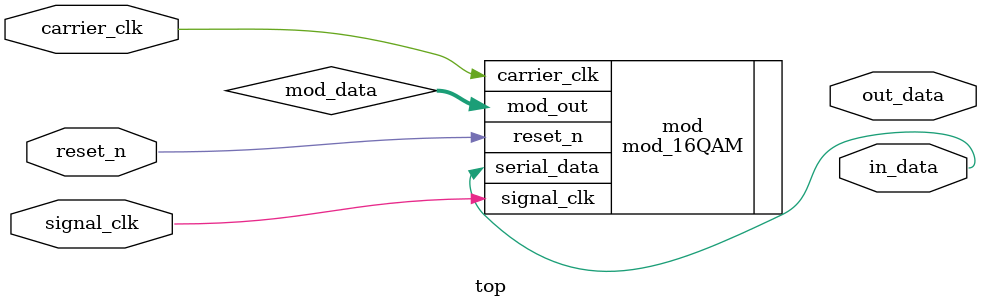
<source format=v>

module top(signal_clk,carrier_clk,reset_n,in_data,out_data);
input signal_clk,carrier_clk,reset_n;
output wire in_data,out_data;

wire signed [8:0] mod_data;

mod_16QAM mod(
	.signal_clk(signal_clk),
	.carrier_clk(carrier_clk),
	.reset_n(reset_n),
	.mod_out(mod_data),
	.serial_data(in_data)
);

//demod_16QAM demod(
//	.carrier_clk(carrier_clk),
//	.orgin_clk(signal_clk),
//	.reset_n(reset_n),
//	.signal(mod_data),
//	.demod_out(out_data)
//);

endmodule 
</source>
